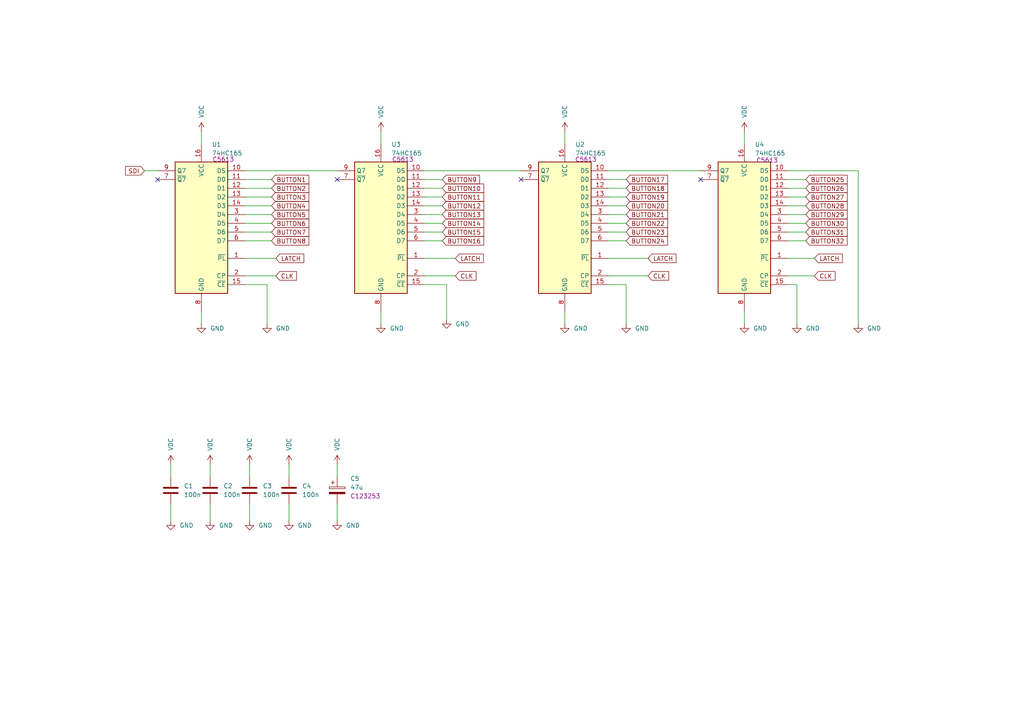
<source format=kicad_sch>
(kicad_sch (version 20250114) (generator "eeschema") (generator_version "9.0")
  (paper "A4")
  (lib_symbols
    (symbol "Device:C" (pin_numbers (hide yes)) (pin_names (offset 0.254))
      (property "Reference" "C" (at 0.635 2.54 0))
      (property "Value" "C" (at 0.635 -2.54 0))
      (symbol "C_0_1"
        (polyline (pts (xy -2.032 0.762) (xy 2.032 0.762)) (stroke (width 0.508)))
        (polyline (pts (xy -2.032 -0.762) (xy 2.032 -0.762)) (stroke (width 0.508)))
      )
      (symbol "C_1_1"
        (pin passive line (at 0 3.81 270) (length 2.794) (name "~") (number "1"))
        (pin passive line (at 0 -3.81 90) (length 2.794) (name "~") (number "2"))
      )
    )
    (symbol "_MobiFlight:74HC165"
      (property "Reference" "U" (at -7.62 19.05 0))
      (property "Value" "74HC165" (at -7.62 -21.59 0))
      (property "SCLC" "C5613" (at 0 0 0))
      (symbol "74HC165_1_0"
        (pin input line (at -12.7 15.24 0) (length 5.08) (name "DS") (number "10"))
        (pin input line (at -12.7 12.7 0) (length 5.08) (name "D0") (number "11"))
        (pin input line (at -12.7 10.16 0) (length 5.08) (name "D1") (number "12"))
        (pin input line (at -12.7 7.62 0) (length 5.08) (name "D2") (number "13"))
        (pin input line (at -12.7 5.08 0) (length 5.08) (name "D3") (number "14"))
        (pin input line (at -12.7 2.54 0) (length 5.08) (name "D4") (number "3"))
        (pin input line (at -12.7 0 0) (length 5.08) (name "D5") (number "4"))
        (pin input line (at -12.7 -2.54 0) (length 5.08) (name "D6") (number "5"))
        (pin input line (at -12.7 -5.08 0) (length 5.08) (name "D7") (number "6"))
        (pin input line (at -12.7 -10.16 0) (length 5.08) (name "~{PL}") (number "1"))
        (pin input line (at -12.7 -15.24 0) (length 5.08) (name "CP") (number "2"))
        (pin input line (at -12.7 -17.78 0) (length 5.08) (name "~{CE}") (number "15"))
        (pin power_in line (at 0 22.86 270) (length 5.08) (name "VCC") (number "16"))
        (pin power_in line (at 0 -25.4 90) (length 5.08) (name "GND") (number "8"))
        (pin output line (at 12.7 15.24 180) (length 5.08) (name "Q7") (number "9"))
        (pin output line (at 12.7 12.7 180) (length 5.08) (name "~{Q7}") (number "7"))
      )
      (symbol "74HC165_1_1"
        (rectangle (start -7.62 17.78) (end 7.62 -20.32) (stroke (width 0.254)) (fill (type background)))
      )
    )
    (symbol "_MobiFlight:C_Polarized_Tantal_47u" (pin_numbers (hide yes)) (pin_names (offset 0.254))
      (property "Reference" "C" (at 0.635 2.54 0))
      (property "Value" "C_Polarized_Tantal_47u" (at 0.635 -2.54 0))
      (property "LCSC" "C123253" (at 0 0 0))
      (symbol "C_Polarized_Tantal_47u_0_1"
        (rectangle (start -2.286 0.508) (end 2.286 1.016))
        (polyline (pts (xy -1.778 2.286) (xy -0.762 2.286)))
        (polyline (pts (xy -1.27 2.794) (xy -1.27 1.778)))
        (rectangle (start 2.286 -0.508) (end -2.286 -1.016) (fill (type outline)))
      )
      (symbol "C_Polarized_Tantal_47u_1_1"
        (pin passive line (at 0 3.81 270) (length 2.794) (name "~") (number "1"))
        (pin passive line (at 0 -3.81 90) (length 2.794) (name "~") (number "2"))
      )
    )
    (symbol "power:GND" (power) (pin_numbers (hide yes)) (pin_names (offset 0) (hide yes))
      (property "Value" "GND" (at 0 -3.81 0))
      (symbol "GND_0_1"
        (polyline (pts (xy 0 0) (xy 0 -1.27) (xy 1.27 -1.27) (xy 0 -2.54) (xy -1.27 -1.27) (xy 0 -1.27)))
      )
      (symbol "GND_1_1"
        (pin power_in line (at 0 0 270) (length 0) (name "~") (number "1"))
      )
    )
    (symbol "power:VDC" (power) (pin_numbers (hide yes)) (pin_names (offset 0) (hide yes))
      (property "Value" "VDC" (at 0 3.556 0))
      (symbol "VDC_0_1"
        (polyline (pts (xy -0.762 1.27) (xy 0 2.54)))
        (polyline (pts (xy 0 2.54) (xy 0.762 1.27)))
        (polyline (pts (xy 0 0) (xy 0 2.54)))
      )
      (symbol "VDC_1_1"
        (pin power_in line (at 0 0 90) (length 0) (name "~") (number "1"))
      )
    )
  )
  (no_connect (at 151.13 52.07))
  (no_connect (at 45.72 52.07))
  (no_connect (at 97.79 52.07))
  (no_connect (at 203.2 52.07))
  (wire (pts (xy 123.19 62.23) (xy 128.27 62.23)))
  (wire (pts (xy 58.42 38.1) (xy 58.42 41.91)))
  (wire (pts (xy 176.53 52.07) (xy 181.61 52.07)))
  (wire (pts (xy 58.42 90.17) (xy 58.42 93.98)))
  (wire (pts (xy 71.12 82.55) (xy 77.47 82.55)))
  (wire (pts (xy 123.19 69.85) (xy 128.27 69.85)))
  (wire (pts (xy 97.79 134.62) (xy 97.79 138.43)))
  (wire (pts (xy 71.12 52.07) (xy 78.74 52.07)))
  (wire (pts (xy 71.12 80.01) (xy 80.01 80.01)))
  (wire (pts (xy 110.49 90.17) (xy 110.49 93.98)))
  (wire (pts (xy 176.53 67.31) (xy 181.61 67.31)))
  (wire (pts (xy 71.12 67.31) (xy 78.74 67.31)))
  (wire (pts (xy 228.6 59.69) (xy 233.68 59.69)))
  (wire (pts (xy 123.19 49.53) (xy 151.13 49.53)))
  (wire (pts (xy 176.53 82.55) (xy 181.61 82.55)))
  (wire (pts (xy 110.49 38.1) (xy 110.49 41.91)))
  (wire (pts (xy 163.83 38.1) (xy 163.83 41.91)))
  (wire (pts (xy 72.39 146.05) (xy 72.39 151.13)))
  (wire (pts (xy 129.54 82.55) (xy 129.54 92.71)))
  (wire (pts (xy 77.47 82.55) (xy 77.47 93.98)))
  (wire (pts (xy 215.9 38.1) (xy 215.9 41.91)))
  (wire (pts (xy 176.53 49.53) (xy 203.2 49.53)))
  (wire (pts (xy 228.6 80.01) (xy 236.22 80.01)))
  (wire (pts (xy 176.53 57.15) (xy 181.61 57.15)))
  (wire (pts (xy 60.96 146.05) (xy 60.96 151.13)))
  (wire (pts (xy 123.19 82.55) (xy 129.54 82.55)))
  (wire (pts (xy 228.6 54.61) (xy 233.68 54.61)))
  (wire (pts (xy 71.12 64.77) (xy 78.74 64.77)))
  (wire (pts (xy 144.78 -5.08) (xy 143.51 -5.08)))
  (wire (pts (xy 176.53 59.69) (xy 181.61 59.69)))
  (wire (pts (xy 71.12 49.53) (xy 97.79 49.53)))
  (wire (pts (xy 71.12 62.23) (xy 78.74 62.23)))
  (wire (pts (xy 123.19 54.61) (xy 128.27 54.61)))
  (wire (pts (xy 176.53 69.85) (xy 181.61 69.85)))
  (wire (pts (xy 176.53 80.01) (xy 187.96 80.01)))
  (wire (pts (xy 83.82 146.05) (xy 83.82 151.13)))
  (wire (pts (xy 123.19 67.31) (xy 128.27 67.31)))
  (wire (pts (xy 71.12 74.93) (xy 80.01 74.93)))
  (wire (pts (xy 228.6 69.85) (xy 233.68 69.85)))
  (wire (pts (xy 49.53 134.62) (xy 49.53 138.43)))
  (wire (pts (xy 97.79 146.05) (xy 97.79 151.13)))
  (wire (pts (xy 83.82 134.62) (xy 83.82 138.43)))
  (wire (pts (xy 72.39 134.62) (xy 72.39 138.43)))
  (wire (pts (xy 123.19 52.07) (xy 128.27 52.07)))
  (wire (pts (xy 71.12 69.85) (xy 78.74 69.85)))
  (wire (pts (xy 228.6 57.15) (xy 233.68 57.15)))
  (wire (pts (xy 123.19 80.01) (xy 132.08 80.01)))
  (wire (pts (xy 176.53 74.93) (xy 187.96 74.93)))
  (wire (pts (xy 248.92 49.53) (xy 248.92 93.98)))
  (wire (pts (xy 176.53 54.61) (xy 181.61 54.61)))
  (wire (pts (xy 228.6 82.55) (xy 231.14 82.55)))
  (wire (pts (xy 123.19 64.77) (xy 128.27 64.77)))
  (wire (pts (xy 71.12 54.61) (xy 78.74 54.61)))
  (wire (pts (xy 231.14 82.55) (xy 231.14 93.98)))
  (wire (pts (xy 215.9 90.17) (xy 215.9 93.98)))
  (wire (pts (xy 228.6 49.53) (xy 248.92 49.53)))
  (wire (pts (xy 123.19 74.93) (xy 132.08 74.93)))
  (wire (pts (xy 176.53 64.77) (xy 181.61 64.77)))
  (wire (pts (xy 71.12 57.15) (xy 78.74 57.15)))
  (wire (pts (xy 71.12 59.69) (xy 78.74 59.69)))
  (wire (pts (xy 228.6 67.31) (xy 233.68 67.31)))
  (wire (pts (xy 228.6 74.93) (xy 236.22 74.93)))
  (wire (pts (xy 228.6 64.77) (xy 233.68 64.77)))
  (wire (pts (xy 60.96 134.62) (xy 60.96 138.43)))
  (wire (pts (xy 163.83 90.17) (xy 163.83 93.98)))
  (wire (pts (xy 41.91 49.53) (xy 45.72 49.53)))
  (wire (pts (xy 228.6 62.23) (xy 233.68 62.23)))
  (wire (pts (xy 181.61 82.55) (xy 181.61 93.98)))
  (wire (pts (xy 176.53 62.23) (xy 181.61 62.23)))
  (wire (pts (xy 123.19 59.69) (xy 128.27 59.69)))
  (wire (pts (xy 49.53 146.05) (xy 49.53 151.13)))
  (wire (pts (xy 123.19 57.15) (xy 128.27 57.15)))
  (wire (pts (xy 228.6 52.07) (xy 233.68 52.07)))
  (global_label "BUTTON14" (shape input) (at 128.27 64.77 0) (property "Intersheetrefs" "${INTERSHEET_REFS}" (effects (hide yes))))
  (global_label "BUTTON19" (shape input) (at 181.61 57.15 0) (property "Intersheetrefs" "${INTERSHEET_REFS}" (effects (hide yes))))
  (global_label "LATCH" (shape input) (at 132.08 74.93 0) (property "Intersheetrefs" "${INTERSHEET_REFS}" (effects (hide yes))))
  (global_label "BUTTON31" (shape input) (at 233.68 67.31 0) (property "Intersheetrefs" "${INTERSHEET_REFS}" (effects (hide yes))))
  (global_label "BUTTON12" (shape input) (at 128.27 59.69 0) (property "Intersheetrefs" "${INTERSHEET_REFS}" (effects (hide yes))))
  (global_label "LATCH" (shape input) (at 80.01 74.93 0) (property "Intersheetrefs" "${INTERSHEET_REFS}" (effects (hide yes))))
  (global_label "BUTTON2" (shape input) (at 78.74 54.61 0) (property "Intersheetrefs" "${INTERSHEET_REFS}" (effects (hide yes))))
  (global_label "BUTTON17" (shape input) (at 181.61 52.07 0) (property "Intersheetrefs" "${INTERSHEET_REFS}" (effects (hide yes))))
  (global_label "CLK" (shape input) (at 80.01 80.01 0) (property "Intersheetrefs" "${INTERSHEET_REFS}" (effects (hide yes))))
  (global_label "BUTTON6" (shape input) (at 78.74 64.77 0) (property "Intersheetrefs" "${INTERSHEET_REFS}" (effects (hide yes))))
  (global_label "BUTTON11" (shape input) (at 128.27 57.15 0) (property "Intersheetrefs" "${INTERSHEET_REFS}" (effects (hide yes))))
  (global_label "LATCH" (shape input) (at 236.22 74.93 0) (property "Intersheetrefs" "${INTERSHEET_REFS}" (effects (hide yes))))
  (global_label "BUTTON26" (shape input) (at 233.68 54.61 0) (property "Intersheetrefs" "${INTERSHEET_REFS}" (effects (hide yes))))
  (global_label "BUTTON20" (shape input) (at 181.61 59.69 0) (property "Intersheetrefs" "${INTERSHEET_REFS}" (effects (hide yes))))
  (global_label "BUTTON7" (shape input) (at 78.74 67.31 0) (property "Intersheetrefs" "${INTERSHEET_REFS}" (effects (hide yes))))
  (global_label "BUTTON22" (shape input) (at 181.61 64.77 0) (property "Intersheetrefs" "${INTERSHEET_REFS}" (effects (hide yes))))
  (global_label "BUTTON18" (shape input) (at 181.61 54.61 0) (property "Intersheetrefs" "${INTERSHEET_REFS}" (effects (hide yes))))
  (global_label "BUTTON5" (shape input) (at 78.74 62.23 0) (property "Intersheetrefs" "${INTERSHEET_REFS}" (effects (hide yes))))
  (global_label "BUTTON23" (shape input) (at 181.61 67.31 0) (property "Intersheetrefs" "${INTERSHEET_REFS}" (effects (hide yes))))
  (global_label "BUTTON9" (shape input) (at 128.27 52.07 0) (property "Intersheetrefs" "${INTERSHEET_REFS}" (effects (hide yes))))
  (global_label "BUTTON4" (shape input) (at 78.74 59.69 0) (property "Intersheetrefs" "${INTERSHEET_REFS}" (effects (hide yes))))
  (global_label "SDI" (shape input) (at 41.91 49.53 180) (property "Intersheetrefs" "${INTERSHEET_REFS}" (effects (hide yes))))
  (global_label "BUTTON24" (shape input) (at 181.61 69.85 0) (property "Intersheetrefs" "${INTERSHEET_REFS}" (effects (hide yes))))
  (global_label "BUTTON10" (shape input) (at 128.27 54.61 0) (property "Intersheetrefs" "${INTERSHEET_REFS}" (effects (hide yes))))
  (global_label "BUTTON15" (shape input) (at 128.27 67.31 0) (property "Intersheetrefs" "${INTERSHEET_REFS}" (effects (hide yes))))
  (global_label "BUTTON25" (shape input) (at 233.68 52.07 0) (property "Intersheetrefs" "${INTERSHEET_REFS}" (effects (hide yes))))
  (global_label "BUTTON3" (shape input) (at 78.74 57.15 0) (property "Intersheetrefs" "${INTERSHEET_REFS}" (effects (hide yes))))
  (global_label "CLK" (shape input) (at 187.96 80.01 0) (property "Intersheetrefs" "${INTERSHEET_REFS}" (effects (hide yes))))
  (global_label "BUTTON29" (shape input) (at 233.68 62.23 0) (property "Intersheetrefs" "${INTERSHEET_REFS}" (effects (hide yes))))
  (global_label "CLK" (shape input) (at 132.08 80.01 0) (property "Intersheetrefs" "${INTERSHEET_REFS}" (effects (hide yes))))
  (global_label "BUTTON8" (shape input) (at 78.74 69.85 0) (property "Intersheetrefs" "${INTERSHEET_REFS}" (effects (hide yes))))
  (global_label "LATCH" (shape input) (at 187.96 74.93 0) (property "Intersheetrefs" "${INTERSHEET_REFS}" (effects (hide yes))))
  (global_label "BUTTON16" (shape input) (at 128.27 69.85 0) (property "Intersheetrefs" "${INTERSHEET_REFS}" (effects (hide yes))))
  (global_label "BUTTON28" (shape input) (at 233.68 59.69 0) (property "Intersheetrefs" "${INTERSHEET_REFS}" (effects (hide yes))))
  (global_label "CLK" (shape input) (at 236.22 80.01 0) (property "Intersheetrefs" "${INTERSHEET_REFS}" (effects (hide yes))))
  (global_label "BUTTON13" (shape input) (at 128.27 62.23 0) (property "Intersheetrefs" "${INTERSHEET_REFS}" (effects (hide yes))))
  (global_label "BUTTON32" (shape input) (at 233.68 69.85 0) (property "Intersheetrefs" "${INTERSHEET_REFS}" (effects (hide yes))))
  (global_label "BUTTON30" (shape input) (at 233.68 64.77 0) (property "Intersheetrefs" "${INTERSHEET_REFS}" (effects (hide yes))))
  (global_label "BUTTON27" (shape input) (at 233.68 57.15 0) (property "Intersheetrefs" "${INTERSHEET_REFS}" (effects (hide yes))))
  (global_label "BUTTON21" (shape input) (at 181.61 62.23 0) (property "Intersheetrefs" "${INTERSHEET_REFS}" (effects (hide yes))))
  (global_label "BUTTON1" (shape input) (at 78.74 52.07 0) (property "Intersheetrefs" "${INTERSHEET_REFS}" (effects (hide yes))))
  (symbol (lib_id "Device:C") (at 60.96 142.24 0) (unit 1)
    (property "Reference" "C2" (at 64.77 140.9699 0) (effects (justify left)))
    (property "Value" "100n" (at 64.77 143.5099 0) (effects (justify left)))
    (property "Footprint" "Capacitor_SMD:C_0805_2012Metric" (effects (hide yes)))
    (property "Description" "Unpolarized capacitor" (effects (hide yes)))
  )
  (symbol (lib_id "Device:C") (at 49.53 142.24 0) (unit 1)
    (property "Reference" "C1" (at 53.34 140.9699 0) (effects (justify left)))
    (property "Value" "100n" (at 53.34 143.5099 0) (effects (justify left)))
    (property "Footprint" "Capacitor_SMD:C_0805_2012Metric" (effects (hide yes)))
    (property "Description" "Unpolarized capacitor" (effects (hide yes)))
  )
  (symbol (lib_id "Device:C") (at 83.82 142.24 0) (unit 1)
    (property "Reference" "C4" (at 87.63 140.9699 0) (effects (justify left)))
    (property "Value" "100n" (at 87.63 143.5099 0) (effects (justify left)))
    (property "Footprint" "Capacitor_SMD:C_0805_2012Metric" (effects (hide yes)))
    (property "Description" "Unpolarized capacitor" (effects (hide yes)))
  )
  (symbol (lib_id "Device:C") (at 72.39 142.24 0) (unit 1)
    (property "Reference" "C3" (at 76.2 140.9699 0) (effects (justify left)))
    (property "Value" "100n" (at 76.2 143.5099 0) (effects (justify left)))
    (property "Footprint" "Capacitor_SMD:C_0805_2012Metric" (effects (hide yes)))
    (property "Description" "Unpolarized capacitor" (effects (hide yes)))
  )
  (symbol (lib_id "power:GND") (at 215.9 93.98 0) (mirror y) (unit 1)
    (property "Reference" "#PWR016" (effects (hide yes)))
    (property "Value" "GND" (at 218.44 95.2499 0) (effects (justify right)))
    (property "Description" "Power symbol creates a global label with name \"GND\" , ground" (effects (hide yes)))
  )
  (symbol (lib_id "power:GND") (at 60.96 151.13 0) (mirror y) (unit 1)
    (property "Reference" "#PWR023" (effects (hide yes)))
    (property "Value" "GND" (at 63.5 152.3999 0) (effects (justify right)))
    (property "Description" "Power symbol creates a global label with name \"GND\" , ground" (effects (hide yes)))
  )
  (symbol (lib_id "power:GND") (at 231.14 93.98 0) (mirror y) (unit 1)
    (property "Reference" "#PWR017" (effects (hide yes)))
    (property "Value" "GND" (at 233.68 95.2499 0) (effects (justify right)))
    (property "Description" "Power symbol creates a global label with name \"GND\" , ground" (effects (hide yes)))
  )
  (symbol (lib_id "power:GND") (at 181.61 93.98 0) (mirror y) (unit 1)
    (property "Reference" "#PWR012" (effects (hide yes)))
    (property "Value" "GND" (at 184.15 95.2499 0) (effects (justify right)))
    (property "Description" "Power symbol creates a global label with name \"GND\" , ground" (effects (hide yes)))
  )
  (symbol (lib_id "power:GND") (at 163.83 93.98 0) (mirror y) (unit 1)
    (property "Reference" "#PWR06" (effects (hide yes)))
    (property "Value" "GND" (at 166.37 95.2499 0) (effects (justify right)))
    (property "Description" "Power symbol creates a global label with name \"GND\" , ground" (effects (hide yes)))
  )
  (symbol (lib_id "power:VDC") (at 49.53 134.62 0) (unit 1)
    (property "Reference" "#PWR01" (effects (hide yes)))
    (property "Value" "VDC" (at 49.5299 130.81 90) (effects (justify left)))
    (property "Description" "Power symbol creates a global label with name \"VDC\"" (effects (hide yes)))
  )
  (symbol (lib_id "power:VDC") (at 97.79 134.62 0) (unit 1)
    (property "Reference" "#PWR019" (effects (hide yes)))
    (property "Value" "VDC" (at 97.7899 130.81 90) (effects (justify left)))
    (property "Description" "Power symbol creates a global label with name \"VDC\"" (effects (hide yes)))
  )
  (symbol (lib_id "power:GND") (at 77.47 93.98 0) (mirror y) (unit 1)
    (property "Reference" "#PWR011" (effects (hide yes)))
    (property "Value" "GND" (at 80.01 95.2499 0) (effects (justify right)))
    (property "Description" "Power symbol creates a global label with name \"GND\" , ground" (effects (hide yes)))
  )
  (symbol (lib_id "power:GND") (at 248.92 93.98 0) (mirror y) (unit 1)
    (property "Reference" "#PWR029" (effects (hide yes)))
    (property "Value" "GND" (at 251.46 95.2499 0) (effects (justify right)))
    (property "Description" "Power symbol creates a global label with name \"GND\" , ground" (effects (hide yes)))
  )
  (symbol (lib_id "power:VDC") (at 163.83 38.1 0) (unit 1)
    (property "Reference" "#PWR05" (effects (hide yes)))
    (property "Value" "VDC" (at 163.8299 34.29 90) (effects (justify left)))
    (property "Description" "Power symbol creates a global label with name \"VDC\"" (effects (hide yes)))
  )
  (symbol (lib_id "power:VDC") (at 83.82 134.62 0) (unit 1)
    (property "Reference" "#PWR027" (effects (hide yes)))
    (property "Value" "VDC" (at 83.8199 130.81 90) (effects (justify left)))
    (property "Description" "Power symbol creates a global label with name \"VDC\"" (effects (hide yes)))
  )
  (symbol (lib_id "_MobiFlight:74HC165") (at 163.83 64.77 0) (mirror y) (unit 1)
    (property "Reference" "U2" (at 166.8465 41.91 0) (effects (justify right)))
    (property "Value" "74HC165" (at 166.8465 44.45 0) (effects (justify right)))
    (property "Footprint" "Package_SO:SOIC-16_3.9x9.9mm_P1.27mm" (effects (hide yes)))
    (property "Datasheet" "https://assets.nexperia.com/documents/data-sheet/74HC_HCT165.pdf" (effects (hide yes)))
    (property "Description" "Shift Register, 8-bit, Parallel Load" (effects (hide yes)))
    (property "SCLC" "C5613" (at 169.926 46.228 0))
  )
  (symbol (lib_id "power:GND") (at 97.79 151.13 0) (mirror y) (unit 1)
    (property "Reference" "#PWR020" (effects (hide yes)))
    (property "Value" "GND" (at 100.33 152.3999 0) (effects (justify right)))
    (property "Description" "Power symbol creates a global label with name \"GND\" , ground" (effects (hide yes)))
  )
  (symbol (lib_id "power:GND") (at 83.82 151.13 0) (mirror y) (unit 1)
    (property "Reference" "#PWR028" (effects (hide yes)))
    (property "Value" "GND" (at 86.36 152.3999 0) (effects (justify right)))
    (property "Description" "Power symbol creates a global label with name \"GND\" , ground" (effects (hide yes)))
  )
  (symbol (lib_id "power:VDC") (at 58.42 38.1 0) (unit 1)
    (property "Reference" "#PWR02" (effects (hide yes)))
    (property "Value" "VDC" (at 58.4199 34.29 90) (effects (justify left)))
    (property "Description" "Power symbol creates a global label with name \"VDC\"" (effects (hide yes)))
  )
  (symbol (lib_id "power:GND") (at 110.49 93.98 0) (mirror y) (unit 1)
    (property "Reference" "#PWR014" (effects (hide yes)))
    (property "Value" "GND" (at 113.03 95.2499 0) (effects (justify right)))
    (property "Description" "Power symbol creates a global label with name \"GND\" , ground" (effects (hide yes)))
  )
  (symbol (lib_id "_MobiFlight:74HC165") (at 215.9 64.77 0) (mirror y) (unit 1)
    (property "Reference" "U4" (at 218.9165 41.91 0) (effects (justify right)))
    (property "Value" "74HC165" (at 218.9165 44.45 0) (effects (justify right)))
    (property "Footprint" "Package_SO:SOIC-16_3.9x9.9mm_P1.27mm" (effects (hide yes)))
    (property "Datasheet" "https://assets.nexperia.com/documents/data-sheet/74HC_HCT165.pdf" (effects (hide yes)))
    (property "Description" "Shift Register, 8-bit, Parallel Load" (effects (hide yes)))
    (property "SCLC" "C5613" (at 222.504 46.482 0))
  )
  (symbol (lib_id "_MobiFlight:74HC165") (at 110.49 64.77 0) (mirror y) (unit 1)
    (property "Reference" "U3" (at 113.5065 41.91 0) (effects (justify right)))
    (property "Value" "74HC165" (at 113.5065 44.45 0) (effects (justify right)))
    (property "Footprint" "Package_SO:SOIC-16_3.9x9.9mm_P1.27mm" (effects (hide yes)))
    (property "Datasheet" "https://assets.nexperia.com/documents/data-sheet/74HC_HCT165.pdf" (effects (hide yes)))
    (property "Description" "Shift Register, 8-bit, Parallel Load" (effects (hide yes)))
    (property "SCLC" "C5613" (at 116.84 46.228 0))
  )
  (symbol (lib_id "power:VDC") (at 110.49 38.1 0) (unit 1)
    (property "Reference" "#PWR013" (effects (hide yes)))
    (property "Value" "VDC" (at 110.4899 34.29 90) (effects (justify left)))
    (property "Description" "Power symbol creates a global label with name \"VDC\"" (effects (hide yes)))
  )
  (symbol (lib_id "_MobiFlight:C_Polarized_Tantal_47u") (at 97.79 142.24 0) (unit 1)
    (property "Reference" "C5" (at 101.6 138.8109 0) (effects (justify left)))
    (property "Value" "47u" (at 101.6 141.3509 0) (effects (justify left)))
    (property "Footprint" "Capacitor_Tantalum_SMD:CP_EIA-3528-21_Kemet-B" (effects (hide yes)))
    (property "Description" "Polarized capacitor" (effects (hide yes)))
    (property "LCSC" "C123253" (at 101.6 143.8909 0) (effects (justify left)))
  )
  (symbol (lib_id "power:GND") (at 58.42 93.98 0) (mirror y) (unit 1)
    (property "Reference" "#PWR03" (effects (hide yes)))
    (property "Value" "GND" (at 60.96 95.2499 0) (effects (justify right)))
    (property "Description" "Power symbol creates a global label with name \"GND\" , ground" (effects (hide yes)))
  )
  (symbol (lib_id "power:GND") (at 129.54 92.71 0) (mirror y) (unit 1)
    (property "Reference" "#PWR018" (effects (hide yes)))
    (property "Value" "GND" (at 132.08 93.9799 0) (effects (justify right)))
    (property "Description" "Power symbol creates a global label with name \"GND\" , ground" (effects (hide yes)))
  )
  (symbol (lib_id "_MobiFlight:74HC165") (at 58.42 64.77 0) (mirror y) (unit 1)
    (property "Reference" "U1" (at 61.4365 41.91 0) (effects (justify right)))
    (property "Value" "74HC165" (at 61.4365 44.45 0) (effects (justify right)))
    (property "Footprint" "Package_SO:SOIC-16_3.9x9.9mm_P1.27mm" (effects (hide yes)))
    (property "Datasheet" "https://assets.nexperia.com/documents/data-sheet/74HC_HCT165.pdf" (effects (hide yes)))
    (property "Description" "Shift Register, 8-bit, Parallel Load" (effects (hide yes)))
    (property "SCLC" "C5613" (at 64.77 46.228 0))
  )
  (symbol (lib_id "power:VDC") (at 72.39 134.62 0) (unit 1)
    (property "Reference" "#PWR025" (effects (hide yes)))
    (property "Value" "VDC" (at 72.3899 130.81 90) (effects (justify left)))
    (property "Description" "Power symbol creates a global label with name \"VDC\"" (effects (hide yes)))
  )
  (symbol (lib_id "power:VDC") (at 215.9 38.1 0) (unit 1)
    (property "Reference" "#PWR015" (effects (hide yes)))
    (property "Value" "VDC" (at 215.8999 34.29 90) (effects (justify left)))
    (property "Description" "Power symbol creates a global label with name \"VDC\"" (effects (hide yes)))
  )
  (symbol (lib_id "power:GND") (at 49.53 151.13 0) (mirror y) (unit 1)
    (property "Reference" "#PWR04" (effects (hide yes)))
    (property "Value" "GND" (at 52.07 152.3999 0) (effects (justify right)))
    (property "Description" "Power symbol creates a global label with name \"GND\" , ground" (effects (hide yes)))
  )
  (symbol (lib_id "power:GND") (at 72.39 151.13 0) (mirror y) (unit 1)
    (property "Reference" "#PWR026" (effects (hide yes)))
    (property "Value" "GND" (at 74.93 152.3999 0) (effects (justify right)))
    (property "Description" "Power symbol creates a global label with name \"GND\" , ground" (effects (hide yes)))
  )
  (symbol (lib_id "power:VDC") (at 60.96 134.62 0) (unit 1)
    (property "Reference" "#PWR022" (effects (hide yes)))
    (property "Value" "VDC" (at 60.9599 130.81 90) (effects (justify left)))
    (property "Description" "Power symbol creates a global label with name \"VDC\"" (effects (hide yes)))
  )
)
</source>
